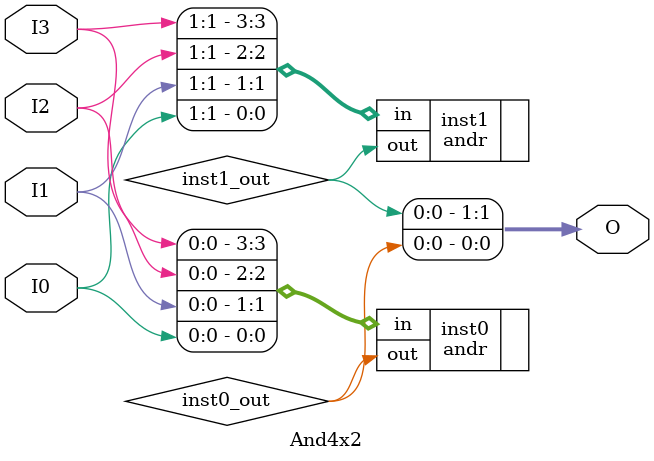
<source format=v>
module And4x2 (input [1:0] I0, input [1:0] I1, input [1:0] I2, input [1:0] I3, output [1:0] O);
wire  inst0_out;
wire  inst1_out;
andr inst0 (.in({I3[0],I2[0],I1[0],I0[0]}), .out(inst0_out));
andr inst1 (.in({I3[1],I2[1],I1[1],I0[1]}), .out(inst1_out));
assign O = {inst1_out,inst0_out};
endmodule


</source>
